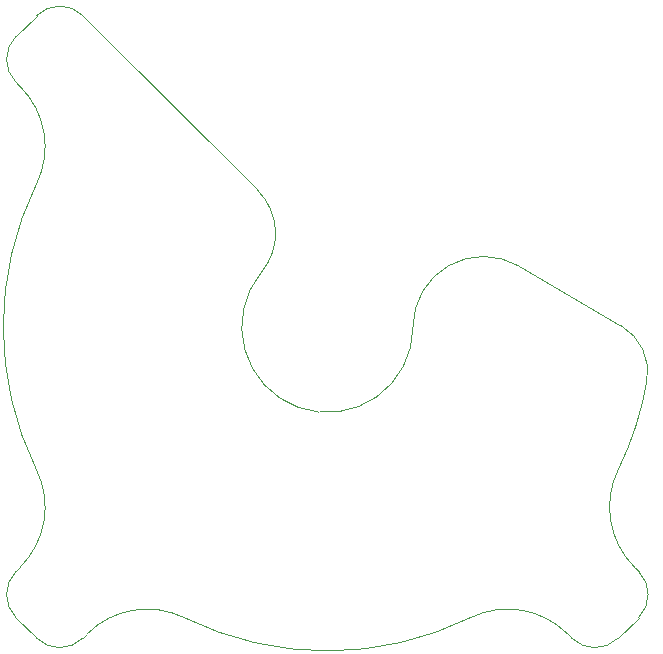
<source format=gbr>
%TF.GenerationSoftware,KiCad,Pcbnew,7.0.1*%
%TF.CreationDate,2023-12-14T16:50:50+01:00*%
%TF.ProjectId,led-ring-v2-cut,6c65642d-7269-46e6-972d-76322d637574,rev?*%
%TF.SameCoordinates,Original*%
%TF.FileFunction,Profile,NP*%
%FSLAX46Y46*%
G04 Gerber Fmt 4.6, Leading zero omitted, Abs format (unit mm)*
G04 Created by KiCad (PCBNEW 7.0.1) date 2023-12-14 16:50:50*
%MOMM*%
%LPD*%
G01*
G04 APERTURE LIST*
%TA.AperFunction,Profile*%
%ADD10C,0.050000*%
%TD*%
G04 APERTURE END LIST*
D10*
X-20696300Y26353100D02*
X-20340500Y25997300D01*
X-20696256Y26353144D02*
G75*
G03*
X-24611944Y26353144I-1957844J-1957842D01*
G01*
X-26353100Y24612000D02*
X-24612000Y26353100D01*
X-26353144Y24611944D02*
G75*
G03*
X-26353144Y20696256I1957842J-1957844D01*
G01*
X-25997300Y20340500D02*
X-26353100Y20696300D01*
X-24628615Y12093880D02*
G75*
G03*
X-25997289Y20340511I-6448685J3166620D01*
G01*
X-24628725Y12093750D02*
G75*
G03*
X-24628725Y-12093750I24628725J-12093750D01*
G01*
X-25997289Y-20340511D02*
G75*
G03*
X-24628615Y-12093880I-5080011J5080011D01*
G01*
X-26353100Y-20696300D02*
X-25997300Y-20340500D01*
X-26353144Y-20696256D02*
G75*
G03*
X-26353144Y-24611944I1957842J-1957844D01*
G01*
X-24612000Y-26353100D02*
X-26353100Y-24612000D01*
X-24611944Y-26353144D02*
G75*
G03*
X-20696256Y-26353144I1957844J1957842D01*
G01*
X-20340500Y-25997300D02*
X-20696300Y-26353100D01*
X-12093880Y-24628615D02*
G75*
G03*
X-20340511Y-25997289I-3166620J-6448685D01*
G01*
X-12093750Y-24628725D02*
G75*
G03*
X12093879Y-24628661I12093749J24628725D01*
G01*
X20340510Y-25997290D02*
G75*
G03*
X12093914Y-24628600I-5080010J-5080010D01*
G01*
X20696300Y-26353100D02*
X20340500Y-25997300D01*
X20696256Y-26353144D02*
G75*
G03*
X24611944Y-26353144I1957844J1957842D01*
G01*
X26353100Y-24612000D02*
X24612000Y-26353100D01*
X26353144Y-24611944D02*
G75*
G03*
X26353144Y-20696256I-1957844J1957844D01*
G01*
X25997300Y-20340500D02*
X26353100Y-20696300D01*
X24628599Y-12093914D02*
G75*
G03*
X25997289Y-20340511I6448701J-3166586D01*
G01*
X24628660Y-12093879D02*
G75*
G03*
X27058561Y-4546108I-24628664J12093882D01*
G01*
X27058557Y-4546099D02*
G75*
G03*
X24891280Y83895I-4436757J745419D01*
G01*
X16221500Y5149000D02*
X24891300Y83892D01*
X16221493Y5149000D02*
G75*
G03*
X7249960Y0I-3008193J-5149000D01*
G01*
X-5573537Y4636614D02*
G75*
G03*
X7250000Y0I5573537J-4636613D01*
G01*
X-5573568Y4636578D02*
G75*
G03*
X-5889984Y11546846I-3944944J3281742D01*
G01*
X-20340500Y25997300D02*
X-5889980Y11546800D01*
M02*

</source>
